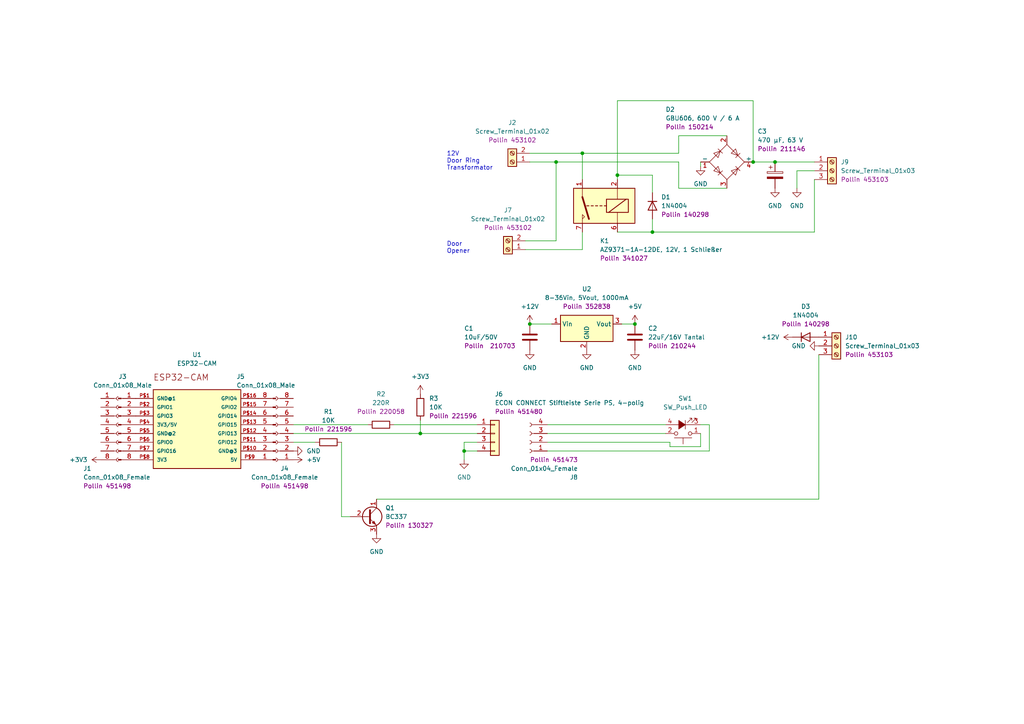
<source format=kicad_sch>
(kicad_sch (version 20211123) (generator eeschema)
  (paper "A4")
  (lib_symbols
    (symbol "Connector:Conn_01x04_Female" (pin_names (offset 1.016) hide)
      (property "Reference" "J" (at 0 5.08 0))
      (property "Value" "Conn_01x04_Female" (at 0 -7.62 0))
      (symbol "Conn_01x04_Female_1_1"
        (arc (start 0 -4.572) (mid -0.508 -5.08) (end 0 -5.588) (stroke (width 0.1524)))
        (arc (start 0 -2.032) (mid -0.508 -2.54) (end 0 -3.048) (stroke (width 0.1524)))
        (polyline (pts (xy -1.27 -5.08) (xy -0.508 -5.08)) (stroke (width 0.1524)))
        (polyline (pts (xy -1.27 -2.54) (xy -0.508 -2.54)) (stroke (width 0.1524)))
        (polyline (pts (xy -1.27 0) (xy -0.508 0)) (stroke (width 0.1524)))
        (polyline (pts (xy -1.27 2.54) (xy -0.508 2.54)) (stroke (width 0.1524)))
        (arc (start 0 0.508) (mid -0.508 0) (end 0 -0.508) (stroke (width 0.1524)))
        (arc (start 0 3.048) (mid -0.508 2.54) (end 0 2.032) (stroke (width 0.1524)))
        (pin passive line (at -5.08 2.54 0) (length 3.81) (name "Pin_1") (number "1"))
        (pin passive line (at -5.08 0 0) (length 3.81) (name "Pin_2") (number "2"))
        (pin passive line (at -5.08 -2.54 0) (length 3.81) (name "Pin_3") (number "3"))
        (pin passive line (at -5.08 -5.08 0) (length 3.81) (name "Pin_4") (number "4"))
      )
    )
    (symbol "Connector:Conn_01x08_Female" (pin_names (offset 1.016) hide)
      (property "Reference" "J" (at 0 10.16 0))
      (property "Value" "Conn_01x08_Female" (at 0 -12.7 0))
      (symbol "Conn_01x08_Female_1_1"
        (arc (start 0 -9.652) (mid -0.508 -10.16) (end 0 -10.668) (stroke (width 0.1524)))
        (arc (start 0 -7.112) (mid -0.508 -7.62) (end 0 -8.128) (stroke (width 0.1524)))
        (arc (start 0 -4.572) (mid -0.508 -5.08) (end 0 -5.588) (stroke (width 0.1524)))
        (arc (start 0 -2.032) (mid -0.508 -2.54) (end 0 -3.048) (stroke (width 0.1524)))
        (polyline (pts (xy -1.27 -10.16) (xy -0.508 -10.16)) (stroke (width 0.1524)))
        (polyline (pts (xy -1.27 -7.62) (xy -0.508 -7.62)) (stroke (width 0.1524)))
        (polyline (pts (xy -1.27 -5.08) (xy -0.508 -5.08)) (stroke (width 0.1524)))
        (polyline (pts (xy -1.27 -2.54) (xy -0.508 -2.54)) (stroke (width 0.1524)))
        (polyline (pts (xy -1.27 0) (xy -0.508 0)) (stroke (width 0.1524)))
        (polyline (pts (xy -1.27 2.54) (xy -0.508 2.54)) (stroke (width 0.1524)))
        (polyline (pts (xy -1.27 5.08) (xy -0.508 5.08)) (stroke (width 0.1524)))
        (polyline (pts (xy -1.27 7.62) (xy -0.508 7.62)) (stroke (width 0.1524)))
        (arc (start 0 0.508) (mid -0.508 0) (end 0 -0.508) (stroke (width 0.1524)))
        (arc (start 0 3.048) (mid -0.508 2.54) (end 0 2.032) (stroke (width 0.1524)))
        (arc (start 0 5.588) (mid -0.508 5.08) (end 0 4.572) (stroke (width 0.1524)))
        (arc (start 0 8.128) (mid -0.508 7.62) (end 0 7.112) (stroke (width 0.1524)))
        (pin passive line (at -5.08 7.62 0) (length 3.81) (name "Pin_1") (number "1"))
        (pin passive line (at -5.08 5.08 0) (length 3.81) (name "Pin_2") (number "2"))
        (pin passive line (at -5.08 2.54 0) (length 3.81) (name "Pin_3") (number "3"))
        (pin passive line (at -5.08 0 0) (length 3.81) (name "Pin_4") (number "4"))
        (pin passive line (at -5.08 -2.54 0) (length 3.81) (name "Pin_5") (number "5"))
        (pin passive line (at -5.08 -5.08 0) (length 3.81) (name "Pin_6") (number "6"))
        (pin passive line (at -5.08 -7.62 0) (length 3.81) (name "Pin_7") (number "7"))
        (pin passive line (at -5.08 -10.16 0) (length 3.81) (name "Pin_8") (number "8"))
      )
    )
    (symbol "Connector:Conn_01x08_Male" (pin_names (offset 1.016) hide)
      (property "Reference" "J" (at 0 10.16 0))
      (property "Value" "Conn_01x08_Male" (at 0 -12.7 0))
      (symbol "Conn_01x08_Male_1_1"
        (polyline (pts (xy 1.27 -10.16) (xy 0.8636 -10.16)) (stroke (width 0.1524)))
        (polyline (pts (xy 1.27 -7.62) (xy 0.8636 -7.62)) (stroke (width 0.1524)))
        (polyline (pts (xy 1.27 -5.08) (xy 0.8636 -5.08)) (stroke (width 0.1524)))
        (polyline (pts (xy 1.27 -2.54) (xy 0.8636 -2.54)) (stroke (width 0.1524)))
        (polyline (pts (xy 1.27 0) (xy 0.8636 0)) (stroke (width 0.1524)))
        (polyline (pts (xy 1.27 2.54) (xy 0.8636 2.54)) (stroke (width 0.1524)))
        (polyline (pts (xy 1.27 5.08) (xy 0.8636 5.08)) (stroke (width 0.1524)))
        (polyline (pts (xy 1.27 7.62) (xy 0.8636 7.62)) (stroke (width 0.1524)))
        (rectangle (start 0.8636 -10.033) (end 0 -10.287) (stroke (width 0.1524)) (fill (type outline)))
        (rectangle (start 0.8636 -7.493) (end 0 -7.747) (stroke (width 0.1524)) (fill (type outline)))
        (rectangle (start 0.8636 -4.953) (end 0 -5.207) (stroke (width 0.1524)) (fill (type outline)))
        (rectangle (start 0.8636 -2.413) (end 0 -2.667) (stroke (width 0.1524)) (fill (type outline)))
        (rectangle (start 0.8636 0.127) (end 0 -0.127) (stroke (width 0.1524)) (fill (type outline)))
        (rectangle (start 0.8636 2.667) (end 0 2.413) (stroke (width 0.1524)) (fill (type outline)))
        (rectangle (start 0.8636 5.207) (end 0 4.953) (stroke (width 0.1524)) (fill (type outline)))
        (rectangle (start 0.8636 7.747) (end 0 7.493) (stroke (width 0.1524)) (fill (type outline)))
        (pin passive line (at 5.08 7.62 180) (length 3.81) (name "Pin_1") (number "1"))
        (pin passive line (at 5.08 5.08 180) (length 3.81) (name "Pin_2") (number "2"))
        (pin passive line (at 5.08 2.54 180) (length 3.81) (name "Pin_3") (number "3"))
        (pin passive line (at 5.08 0 180) (length 3.81) (name "Pin_4") (number "4"))
        (pin passive line (at 5.08 -2.54 180) (length 3.81) (name "Pin_5") (number "5"))
        (pin passive line (at 5.08 -5.08 180) (length 3.81) (name "Pin_6") (number "6"))
        (pin passive line (at 5.08 -7.62 180) (length 3.81) (name "Pin_7") (number "7"))
        (pin passive line (at 5.08 -10.16 180) (length 3.81) (name "Pin_8") (number "8"))
      )
    )
    (symbol "Connector:Screw_Terminal_01x02" (pin_names (offset 1.016) hide)
      (property "Reference" "J" (at 0 2.54 0))
      (property "Value" "Screw_Terminal_01x02" (at 0 -5.08 0))
      (symbol "Screw_Terminal_01x02_1_1"
        (rectangle (start -1.27 1.27) (end 1.27 -3.81) (stroke (width 0.254)) (fill (type background)))
        (circle (center 0 -2.54) (radius 0.635) (stroke (width 0.1524)))
        (polyline (pts (xy -0.5334 -2.2098) (xy 0.3302 -3.048)) (stroke (width 0.1524)))
        (polyline (pts (xy -0.5334 0.3302) (xy 0.3302 -0.508)) (stroke (width 0.1524)))
        (polyline (pts (xy -0.3556 -2.032) (xy 0.508 -2.8702)) (stroke (width 0.1524)))
        (polyline (pts (xy -0.3556 0.508) (xy 0.508 -0.3302)) (stroke (width 0.1524)))
        (circle (center 0 0) (radius 0.635) (stroke (width 0.1524)))
        (pin passive line (at -5.08 0 0) (length 3.81) (name "Pin_1") (number "1"))
        (pin passive line (at -5.08 -2.54 0) (length 3.81) (name "Pin_2") (number "2"))
      )
    )
    (symbol "Connector:Screw_Terminal_01x03" (pin_names (offset 1.016) hide)
      (property "Reference" "J" (at 0 5.08 0))
      (property "Value" "Screw_Terminal_01x03" (at 0 -5.08 0))
      (symbol "Screw_Terminal_01x03_1_1"
        (rectangle (start -1.27 3.81) (end 1.27 -3.81) (stroke (width 0.254)) (fill (type background)))
        (circle (center 0 -2.54) (radius 0.635) (stroke (width 0.1524)))
        (polyline (pts (xy -0.5334 -2.2098) (xy 0.3302 -3.048)) (stroke (width 0.1524)))
        (polyline (pts (xy -0.5334 0.3302) (xy 0.3302 -0.508)) (stroke (width 0.1524)))
        (polyline (pts (xy -0.5334 2.8702) (xy 0.3302 2.032)) (stroke (width 0.1524)))
        (polyline (pts (xy -0.3556 -2.032) (xy 0.508 -2.8702)) (stroke (width 0.1524)))
        (polyline (pts (xy -0.3556 0.508) (xy 0.508 -0.3302)) (stroke (width 0.1524)))
        (polyline (pts (xy -0.3556 3.048) (xy 0.508 2.2098)) (stroke (width 0.1524)))
        (circle (center 0 0) (radius 0.635) (stroke (width 0.1524)))
        (circle (center 0 2.54) (radius 0.635) (stroke (width 0.1524)))
        (pin passive line (at -5.08 2.54 0) (length 3.81) (name "Pin_1") (number "1"))
        (pin passive line (at -5.08 0 0) (length 3.81) (name "Pin_2") (number "2"))
        (pin passive line (at -5.08 -2.54 0) (length 3.81) (name "Pin_3") (number "3"))
      )
    )
    (symbol "Connector_Generic:Conn_01x04" (pin_names (offset 1.016) hide)
      (property "Reference" "J" (at 0 5.08 0))
      (property "Value" "Conn_01x04" (at 0 -7.62 0))
      (symbol "Conn_01x04_1_1"
        (rectangle (start -1.27 -4.953) (end 0 -5.207) (stroke (width 0.1524)))
        (rectangle (start -1.27 -2.413) (end 0 -2.667) (stroke (width 0.1524)))
        (rectangle (start -1.27 0.127) (end 0 -0.127) (stroke (width 0.1524)))
        (rectangle (start -1.27 2.667) (end 0 2.413) (stroke (width 0.1524)))
        (rectangle (start -1.27 3.81) (end 1.27 -6.35) (stroke (width 0.254)) (fill (type background)))
        (pin passive line (at -5.08 2.54 0) (length 3.81) (name "Pin_1") (number "1"))
        (pin passive line (at -5.08 0 0) (length 3.81) (name "Pin_2") (number "2"))
        (pin passive line (at -5.08 -2.54 0) (length 3.81) (name "Pin_3") (number "3"))
        (pin passive line (at -5.08 -5.08 0) (length 3.81) (name "Pin_4") (number "4"))
      )
    )
    (symbol "Device:C" (pin_numbers hide) (pin_names (offset 0.254))
      (property "Reference" "C" (at 0.635 2.54 0))
      (property "Value" "C" (at 0.635 -2.54 0))
      (symbol "C_0_1"
        (polyline (pts (xy -2.032 -0.762) (xy 2.032 -0.762)) (stroke (width 0.508)))
        (polyline (pts (xy -2.032 0.762) (xy 2.032 0.762)) (stroke (width 0.508)))
      )
      (symbol "C_1_1"
        (pin passive line (at 0 3.81 270) (length 2.794) (name "~") (number "1"))
        (pin passive line (at 0 -3.81 90) (length 2.794) (name "~") (number "2"))
      )
    )
    (symbol "Device:C_Polarized" (pin_numbers hide) (pin_names (offset 0.254))
      (property "Reference" "C" (at 0.635 2.54 0))
      (property "Value" "C_Polarized" (at 0.635 -2.54 0))
      (symbol "C_Polarized_0_1"
        (rectangle (start -2.286 0.508) (end 2.286 1.016))
        (polyline (pts (xy -1.778 2.286) (xy -0.762 2.286)))
        (polyline (pts (xy -1.27 2.794) (xy -1.27 1.778)))
        (rectangle (start 2.286 -0.508) (end -2.286 -1.016) (fill (type outline)))
      )
      (symbol "C_Polarized_1_1"
        (pin passive line (at 0 3.81 270) (length 2.794) (name "~") (number "1"))
        (pin passive line (at 0 -3.81 90) (length 2.794) (name "~") (number "2"))
      )
    )
    (symbol "Device:R" (pin_numbers hide) (pin_names (offset 0))
      (property "Reference" "R" (at 2.032 0 90))
      (property "Value" "R" (at 0 0 90))
      (symbol "R_0_1"
        (rectangle (start -1.016 -2.54) (end 1.016 2.54) (stroke (width 0.254)))
      )
      (symbol "R_1_1"
        (pin passive line (at 0 3.81 270) (length 1.27) (name "~") (number "1"))
        (pin passive line (at 0 -3.81 90) (length 1.27) (name "~") (number "2"))
      )
    )
    (symbol "Diode:1N4004" (pin_numbers hide) (pin_names (offset 1.016) hide)
      (property "Reference" "D" (at 0 2.54 0))
      (property "Value" "1N4004" (at 0 -2.54 0))
      (symbol "1N4004_0_1"
        (polyline (pts (xy -1.27 1.27) (xy -1.27 -1.27)) (stroke (width 0.254)))
        (polyline (pts (xy 1.27 0) (xy -1.27 0)))
        (polyline (pts (xy 1.27 1.27) (xy 1.27 -1.27) (xy -1.27 0) (xy 1.27 1.27)) (stroke (width 0.254)))
      )
      (symbol "1N4004_1_1"
        (pin passive line (at -3.81 0 0) (length 2.54) (name "K") (number "1"))
        (pin passive line (at 3.81 0 180) (length 2.54) (name "A") (number "2"))
      )
    )
    (symbol "Diode_Bridge:B80C2300-1500A" (pin_names (offset 0))
      (property "Reference" "D" (at 2.54 6.985 0))
      (property "Value" "B80C2300-1500A" (at 2.54 5.08 0))
      (symbol "B80C2300-1500A_0_1"
        (polyline (pts (xy -2.54 3.81) (xy -1.27 2.54)))
        (polyline (pts (xy -1.27 -2.54) (xy -2.54 -3.81)))
        (polyline (pts (xy 2.54 -1.27) (xy 3.81 -2.54)))
        (polyline (pts (xy 2.54 1.27) (xy 3.81 2.54)))
        (polyline (pts (xy -3.81 2.54) (xy -2.54 1.27) (xy -1.905 3.175) (xy -3.81 2.54)))
        (polyline (pts (xy -2.54 -1.27) (xy -3.81 -2.54) (xy -1.905 -3.175) (xy -2.54 -1.27)))
        (polyline (pts (xy 1.27 2.54) (xy 2.54 3.81) (xy 3.175 1.905) (xy 1.27 2.54)))
        (polyline (pts (xy 3.175 -1.905) (xy 1.27 -2.54) (xy 2.54 -3.81) (xy 3.175 -1.905)))
        (polyline (pts (xy -5.08 0) (xy 0 -5.08) (xy 5.08 0) (xy 0 5.08) (xy -5.08 0)))
      )
      (symbol "B80C2300-1500A_1_1"
        (pin passive line (at -7.62 0 0) (length 2.54) (name "-") (number "1"))
        (pin passive line (at 0 7.62 270) (length 2.54) (name "~") (number "2"))
        (pin passive line (at 0 -7.62 90) (length 2.54) (name "~") (number "3"))
        (pin passive line (at 7.62 0 180) (length 2.54) (name "+") (number "4"))
      )
    )
    (symbol "ESP32-CAM:ESP32-CAM" (pin_names (offset 1.016))
      (property "Reference" "U" (at 0 0 0))
      (property "Value" "ESP32-CAM" (at 0 0 0))
      (symbol "ESP32-CAM_0_0"
        (rectangle (start -12.7 -10.16) (end 12.7 12.7) (stroke (width 0.254)) (fill (type background)))
        (text "ESP32-CAM" (at -12.7 15.24 0) (effects (font (size 1.778 1.778)) (justify left bottom)))
        (pin bidirectional line (at -17.78 10.16 0) (length 5.08) (name "GND@1") (number "P$1"))
        (pin bidirectional line (at 17.78 -5.08 180) (length 5.08) (name "GND@3") (number "P$10"))
        (pin bidirectional line (at 17.78 -2.54 180) (length 5.08) (name "GPIO12") (number "P$11"))
        (pin bidirectional line (at 17.78 0 180) (length 5.08) (name "GPIO13") (number "P$12"))
        (pin bidirectional line (at 17.78 2.54 180) (length 5.08) (name "GPIO15") (number "P$13"))
        (pin bidirectional line (at 17.78 5.08 180) (length 5.08) (name "GPIO14") (number "P$14"))
        (pin bidirectional line (at 17.78 7.62 180) (length 5.08) (name "GPIO2") (number "P$15"))
        (pin bidirectional line (at 17.78 10.16 180) (length 5.08) (name "GPIO4") (number "P$16"))
        (pin bidirectional line (at -17.78 7.62 0) (length 5.08) (name "GPIO1") (number "P$2"))
        (pin bidirectional line (at -17.78 5.08 0) (length 5.08) (name "GPIO3") (number "P$3"))
        (pin bidirectional line (at -17.78 2.54 0) (length 5.08) (name "3V3/5V") (number "P$4"))
        (pin bidirectional line (at -17.78 0 0) (length 5.08) (name "GND@2") (number "P$5"))
        (pin bidirectional line (at -17.78 -2.54 0) (length 5.08) (name "GPIO0") (number "P$6"))
        (pin bidirectional line (at -17.78 -5.08 0) (length 5.08) (name "GPIO16") (number "P$7"))
        (pin bidirectional line (at -17.78 -7.62 0) (length 5.08) (name "3V3") (number "P$8"))
        (pin bidirectional line (at 17.78 -7.62 180) (length 5.08) (name "5V") (number "P$9"))
      )
    )
    (symbol "Regulator_Switching:TSR_1-2450"
      (property "Reference" "U" (at -7.62 6.35 0))
      (property "Value" "TSR_1-2450" (at -1.27 6.35 0))
      (symbol "TSR_1-2450_0_1"
        (rectangle (start -7.62 5.08) (end 7.62 -2.54) (stroke (width 0.254)) (fill (type background)))
      )
      (symbol "TSR_1-2450_1_1"
        (pin power_in line (at -10.16 2.54 0) (length 2.54) (name "Vin") (number "1"))
        (pin power_in line (at 0 -5.08 90) (length 2.54) (name "GND") (number "2"))
        (pin power_out line (at 10.16 2.54 180) (length 2.54) (name "Vout") (number "3"))
      )
    )
    (symbol "Relay:DIPxx-1Axx-11x"
      (property "Reference" "K" (at 8.89 3.81 0))
      (property "Value" "DIPxx-1Axx-11x" (at 8.89 1.27 0))
      (symbol "DIPxx-1Axx-11x_0_0"
        (polyline (pts (xy 5.08 5.08) (xy 5.08 2.54) (xy 4.445 3.175) (xy 5.08 3.81)))
      )
      (symbol "DIPxx-1Axx-11x_0_1"
        (rectangle (start -10.16 5.08) (end 7.62 -5.08) (stroke (width 0.254)) (fill (type background)))
        (rectangle (start -8.255 1.905) (end -1.905 -1.905) (stroke (width 0.254)))
        (polyline (pts (xy -7.62 -1.905) (xy -2.54 1.905)) (stroke (width 0.254)))
        (polyline (pts (xy -5.08 -5.08) (xy -5.08 -1.905)))
        (polyline (pts (xy -5.08 5.08) (xy -5.08 1.905)))
        (polyline (pts (xy -1.905 0) (xy -1.27 0)) (stroke (width 0.254)))
        (polyline (pts (xy -0.635 0) (xy 0 0)) (stroke (width 0.254)))
        (polyline (pts (xy 0.635 0) (xy 1.27 0)) (stroke (width 0.254)))
        (polyline (pts (xy 1.905 0) (xy 2.54 0)) (stroke (width 0.254)))
        (polyline (pts (xy 3.175 0) (xy 3.81 0)) (stroke (width 0.254)))
        (polyline (pts (xy 5.08 -2.54) (xy 3.175 3.81)) (stroke (width 0.508)))
        (polyline (pts (xy 5.08 -2.54) (xy 5.08 -5.08)))
      )
      (symbol "DIPxx-1Axx-11x_1_1"
        (pin passive line (at 5.08 -7.62 90) (length 2.54) (name "~") (number "1"))
        (pin passive line (at 5.08 -7.62 90) (length 2.54) hide (name "~") (number "14"))
        (pin passive line (at -5.08 -7.62 90) (length 2.54) (name "~") (number "2"))
        (pin passive line (at -5.08 7.62 270) (length 2.54) (name "~") (number "6"))
        (pin passive line (at 5.08 7.62 270) (length 2.54) (name "~") (number "7"))
        (pin passive line (at 5.08 7.62 270) (length 2.54) hide (name "~") (number "8"))
      )
    )
    (symbol "Switch:SW_Push_LED" (pin_names (offset 1.016) hide)
      (property "Reference" "SW" (at 0.635 5.715 0))
      (property "Value" "SW_Push_LED" (at 0 -3.175 0))
      (symbol "SW_Push_LED_0_0"
        (polyline (pts (xy -3.81 -1.905) (xy -2.54 -0.635)))
        (polyline (pts (xy -2.54 -1.905) (xy -1.27 -0.635)))
        (polyline (pts (xy -2.54 0) (xy 2.54 0)))
        (polyline (pts (xy -0.635 1.27) (xy -0.635 -1.27)))
        (polyline (pts (xy -3.81 -1.27) (xy -3.81 -1.905) (xy -3.175 -1.905)))
        (polyline (pts (xy -2.54 -1.27) (xy -2.54 -1.905) (xy -1.905 -1.905)))
        (polyline (pts (xy -0.635 0) (xy 1.27 1.27) (xy 1.27 -1.27) (xy -0.635 0)) (fill (type outline)))
      )
      (symbol "SW_Push_LED_0_1"
        (circle (center -2.032 2.54) (radius 0.508))
        (polyline (pts (xy 0 3.81) (xy 0 5.588)))
        (polyline (pts (xy 2.54 3.81) (xy -2.54 3.81)))
        (circle (center 2.032 2.54) (radius 0.508))
        (pin passive line (at -5.08 2.54 0) (length 2.54) (name "1") (number "1"))
        (pin passive line (at 5.08 2.54 180) (length 2.54) (name "2") (number "2"))
        (pin passive line (at -5.08 0 0) (length 2.54) (name "K") (number "3"))
        (pin passive line (at 5.08 0 180) (length 2.54) (name "A") (number "4"))
      )
    )
    (symbol "Transistor_BJT:BC337" (pin_names (offset 0) hide)
      (property "Reference" "Q" (at 5.08 1.905 0))
      (property "Value" "BC337" (at 5.08 0 0))
      (symbol "BC337_0_1"
        (polyline (pts (xy 0 0) (xy 0.635 0)))
        (polyline (pts (xy 0.635 0.635) (xy 2.54 2.54)))
        (polyline (pts (xy 0.635 -0.635) (xy 2.54 -2.54) (xy 2.54 -2.54)))
        (polyline (pts (xy 0.635 1.905) (xy 0.635 -1.905) (xy 0.635 -1.905)) (stroke (width 0.508)))
        (polyline (pts (xy 1.27 -1.778) (xy 1.778 -1.27) (xy 2.286 -2.286) (xy 1.27 -1.778) (xy 1.27 -1.778)) (fill (type outline)))
        (circle (center 1.27 0) (radius 2.8194) (stroke (width 0.254)))
      )
      (symbol "BC337_1_1"
        (pin passive line (at 2.54 5.08 270) (length 2.54) (name "C") (number "1"))
        (pin input line (at -5.08 0 0) (length 5.08) (name "B") (number "2"))
        (pin passive line (at 2.54 -5.08 90) (length 2.54) (name "E") (number "3"))
      )
    )
    (symbol "power:+12V" (power) (pin_names (offset 0))
      (property "Value" "+12V" (at 0 3.556 0))
      (symbol "+12V_0_1"
        (polyline (pts (xy -0.762 1.27) (xy 0 2.54)))
        (polyline (pts (xy 0 0) (xy 0 2.54)))
        (polyline (pts (xy 0 2.54) (xy 0.762 1.27)))
      )
      (symbol "+12V_1_1"
        (pin power_in line (at 0 0 90) (length 0) hide (name "+12V") (number "1"))
      )
    )
    (symbol "power:+3V3" (power) (pin_names (offset 0))
      (property "Value" "+3V3" (at 0 3.556 0))
      (symbol "+3V3_0_1"
        (polyline (pts (xy -0.762 1.27) (xy 0 2.54)))
        (polyline (pts (xy 0 0) (xy 0 2.54)))
        (polyline (pts (xy 0 2.54) (xy 0.762 1.27)))
      )
      (symbol "+3V3_1_1"
        (pin power_in line (at 0 0 90) (length 0) hide (name "+3V3") (number "1"))
      )
    )
    (symbol "power:+5V" (power) (pin_names (offset 0))
      (property "Value" "+5V" (at 0 3.556 0))
      (symbol "+5V_0_1"
        (polyline (pts (xy -0.762 1.27) (xy 0 2.54)))
        (polyline (pts (xy 0 0) (xy 0 2.54)))
        (polyline (pts (xy 0 2.54) (xy 0.762 1.27)))
      )
      (symbol "+5V_1_1"
        (pin power_in line (at 0 0 90) (length 0) hide (name "+5V") (number "1"))
      )
    )
    (symbol "power:GND" (power) (pin_names (offset 0))
      (property "Value" "GND" (at 0 -3.81 0))
      (symbol "GND_0_1"
        (polyline (pts (xy 0 0) (xy 0 -1.27) (xy 1.27 -1.27) (xy 0 -2.54) (xy -1.27 -1.27) (xy 0 -1.27)))
      )
      (symbol "GND_1_1"
        (pin power_in line (at 0 0 270) (length 0) hide (name "GND") (number "1"))
      )
    )
  )
  (junction (at 134.62 130.81))
  (junction (at 121.92 125.73))
  (junction (at 184.15 93.98))
  (junction (at 189.23 67.31))
  (junction (at 179.07 50.8))
  (junction (at 168.91 44.45))
  (junction (at 161.29 46.99))
  (junction (at 153.67 93.98))
  (junction (at 224.79 46.99))
  (junction (at 218.44 46.99))
  (wire (pts (xy 114.3 123.19) (xy 138.43 123.19)))
  (wire (pts (xy 189.23 63.5) (xy 189.23 67.31)))
  (wire (pts (xy 134.62 130.81) (xy 134.62 133.35)))
  (wire (pts (xy 237.49 144.78) (xy 109.22 144.78)))
  (wire (pts (xy 205.74 130.81) (xy 158.75 130.81)))
  (wire (pts (xy 189.23 67.31) (xy 236.22 67.31)))
  (wire (pts (xy 231.14 49.53) (xy 231.14 54.61)))
  (wire (pts (xy 85.09 128.27) (xy 91.44 128.27)))
  (wire (pts (xy 189.23 50.8) (xy 179.07 50.8)))
  (wire (pts (xy 194.31 128.27) (xy 158.75 128.27)))
  (wire (pts (xy 153.67 46.99) (xy 161.29 46.99)))
  (wire (pts (xy 85.09 125.73) (xy 121.92 125.73)))
  (wire (pts (xy 196.85 39.37) (xy 196.85 44.45)))
  (wire (pts (xy 153.67 93.98) (xy 160.02 93.98)))
  (wire (pts (xy 85.09 123.19) (xy 106.68 123.19)))
  (wire (pts (xy 218.44 46.99) (xy 218.44 29.21)))
  (wire (pts (xy 168.91 72.39) (xy 152.4 72.39)))
  (wire (pts (xy 205.74 123.19) (xy 205.74 130.81)))
  (wire (pts (xy 210.82 54.61) (xy 196.85 54.61)))
  (wire (pts (xy 203.2 48.26) (xy 203.2 46.99)))
  (wire (pts (xy 134.62 130.81) (xy 138.43 130.81)))
  (wire (pts (xy 236.22 49.53) (xy 231.14 49.53)))
  (wire (pts (xy 121.92 121.92) (xy 121.92 125.73)))
  (wire (pts (xy 180.34 93.98) (xy 184.15 93.98)))
  (wire (pts (xy 218.44 46.99) (xy 224.79 46.99)))
  (wire (pts (xy 99.06 128.27) (xy 99.06 149.86)))
  (wire (pts (xy 179.07 67.31) (xy 189.23 67.31)))
  (wire (pts (xy 203.2 129.54) (xy 194.31 129.54)))
  (wire (pts (xy 161.29 46.99) (xy 196.85 46.99)))
  (wire (pts (xy 168.91 44.45) (xy 168.91 52.07)))
  (wire (pts (xy 161.29 46.99) (xy 161.29 69.85)))
  (wire (pts (xy 210.82 39.37) (xy 196.85 39.37)))
  (wire (pts (xy 121.92 125.73) (xy 138.43 125.73)))
  (wire (pts (xy 196.85 44.45) (xy 168.91 44.45)))
  (wire (pts (xy 179.07 29.21) (xy 179.07 50.8)))
  (wire (pts (xy 196.85 54.61) (xy 196.85 46.99)))
  (wire (pts (xy 218.44 29.21) (xy 179.07 29.21)))
  (wire (pts (xy 158.75 125.73) (xy 193.04 125.73)))
  (wire (pts (xy 224.79 46.99) (xy 236.22 46.99)))
  (wire (pts (xy 194.31 129.54) (xy 194.31 128.27)))
  (wire (pts (xy 99.06 149.86) (xy 101.6 149.86)))
  (wire (pts (xy 168.91 67.31) (xy 168.91 72.39)))
  (wire (pts (xy 158.75 123.19) (xy 193.04 123.19)))
  (wire (pts (xy 134.62 128.27) (xy 134.62 130.81)))
  (wire (pts (xy 138.43 128.27) (xy 134.62 128.27)))
  (wire (pts (xy 203.2 125.73) (xy 203.2 129.54)))
  (wire (pts (xy 237.49 102.87) (xy 237.49 144.78)))
  (wire (pts (xy 203.2 123.19) (xy 205.74 123.19)))
  (wire (pts (xy 161.29 69.85) (xy 152.4 69.85)))
  (wire (pts (xy 168.91 44.45) (xy 153.67 44.45)))
  (wire (pts (xy 179.07 50.8) (xy 179.07 52.07)))
  (wire (pts (xy 189.23 55.88) (xy 189.23 50.8)))
  (wire (pts (xy 236.22 67.31) (xy 236.22 52.07)))
  (text "Door\nOpener" (at 129.54 73.66 0) (effects (font (size 1.27 1.27)) (justify left bottom)))
  (text "12V\nDoor Ring\nTransformator" (at 129.54 49.53 0) (effects (font (size 1.27 1.27)) (justify left bottom)))
  (symbol (lib_id "Connector:Conn_01x08_Female") (at 34.29 123.19 0) (unit 1)
    (property "Reference" "J1" (at 24.13 135.89 0) (effects (justify left)))
    (property "Value" "Conn_01x08_Female" (at 24.13 138.43 0) (effects (justify left)))
    (property "Supplier" "Pollin 451498" (at 24.13 140.97 0) (effects (justify left)))
  )
  (symbol (lib_id "Diode_Bridge:B80C2300-1500A") (at 210.82 46.99 0) (unit 1)
    (property "Reference" "D2" (at 193.04 31.75 0) (effects (justify left)))
    (property "Value" "GBU606, 600 V / 6 A" (at 193.04 34.29 0) (effects (justify left)))
    (property "Footprint" "Diode_THT:Diode_Bridge_19.0x3.5x10.0mm_P5.0mm" (effects hide))
    (property "Datasheet" "https://diotec.com/tl_files/diotec/files/pdf/datasheets/b40c2300.pdf" (effects hide))
    (property "Supplier" "Pollin 150214" (at 193.04 36.83 0) (effects (justify left)))
  )
  (symbol (lib_id "power:GND") (at 231.14 54.61 0) (unit 1)
    (property "Reference" "#PWR014" (effects hide))
    (property "Value" "GND" (at 231.14 59.69 0))
  )
  (symbol (lib_id "power:GND") (at 237.49 100.33 270) (unit 1)
    (property "Reference" "#PWR015" (effects hide))
    (property "Value" "GND" (at 233.68 100.3299 90) (effects (justify right)))
  )
  (symbol (lib_id "Connector:Conn_01x08_Female") (at 80.01 125.73 180) (unit 1)
    (property "Reference" "J4" (at 82.55 135.89 0))
    (property "Value" "Conn_01x08_Female" (at 82.55 138.43 0))
    (property "Supplier" "Pollin 451498" (at 82.55 140.97 0))
  )
  (symbol (lib_id "power:+3V3") (at 29.21 133.35 90) (unit 1)
    (property "Reference" "#PWR01" (effects hide))
    (property "Value" "+3V3" (at 25.4 133.3499 90) (effects (justify left)))
  )
  (symbol (lib_id "Connector:Screw_Terminal_01x03") (at 241.3 49.53 0) (unit 1)
    (property "Reference" "J9" (at 243.84 46.9899 0) (effects (justify left)))
    (property "Value" "Screw_Terminal_01x03" (at 243.84 49.5299 0) (effects (justify left)))
    (property "Supplier" "Pollin 453103" (at 243.84 52.0699 0) (effects (justify left)))
  )
  (symbol (lib_id "power:+12V") (at 153.67 93.98 0) (unit 1)
    (property "Reference" "#PWR06" (effects hide))
    (property "Value" "+12V" (at 153.67 88.9 0))
  )
  (symbol (lib_id "Relay:DIPxx-1Axx-11x") (at 173.99 59.69 180) (unit 1)
    (property "Reference" "K1" (at 173.99 69.85 0) (effects (justify right)))
    (property "Value" "AZ9371-1A-12DE, 12V, 1 Schließer" (at 173.99 72.39 0) (effects (justify right)))
    (property "Footprint" "Relay_THT:Relay_StandexMeder_DIP_LowProfile" (effects hide))
    (property "Datasheet" "https://standexelectronics.com/wp-content/uploads/datasheet_reed_relay_DIP.pdf" (effects hide))
    (property "Supplier" "Pollin 341027" (at 173.99 74.93 0) (effects (justify right)))
  )
  (symbol (lib_id "Device:C_Polarized") (at 224.79 50.8 0) (unit 1)
    (property "Reference" "C3" (at 219.71 38.1 0) (effects (justify left)))
    (property "Value" "470 µF, 63 V" (at 219.71 40.64 0) (effects (justify left)))
    (property "Supplier" "Pollin 211146" (at 219.71 43.18 0) (effects (justify left)))
  )
  (symbol (lib_id "power:GND") (at 153.67 101.6 0) (unit 1)
    (property "Reference" "#PWR07" (effects hide))
    (property "Value" "GND" (at 153.67 106.68 0))
  )
  (symbol (lib_id "Connector:Screw_Terminal_01x02") (at 147.32 72.39 180) (unit 1)
    (property "Reference" "J7" (at 147.32 60.96 0))
    (property "Value" "Screw_Terminal_01x02" (at 147.32 63.5 0))
    (property "Supplier" "Pollin 453102" (at 147.32 66.04 0))
  )
  (symbol (lib_id "Regulator_Switching:TSR_1-2450") (at 170.18 96.52 0) (unit 1)
    (property "Reference" "U2" (at 170.18 83.82 0))
    (property "Value" "8-36Vin, 5Vout, 1000mA" (at 170.18 86.36 0))
    (property "Footprint" "Converter_DCDC:Converter_DCDC_TRACO_TSR-1_THT" (effects hide))
    (property "Datasheet" "http://www.tracopower.com/products/tsr1.pdf" (effects hide))
    (property "Supplier" "Pollin 352838" (at 170.18 88.9 0))
  )
  (symbol (lib_id "power:GND") (at 170.18 101.6 0) (unit 1)
    (property "Reference" "#PWR08" (effects hide))
    (property "Value" "GND" (at 170.18 106.68 0))
  )
  (symbol (lib_id "ESP32-CAM:ESP32-CAM") (at 57.15 125.73 0) (unit 1)
    (property "Reference" "U1" (at 57.15 102.87 0))
    (property "Value" "ESP32-CAM" (at 57.15 105.41 0))
    (property "Footprint" "ESP32-CAM:ESP32-CAM" (effects hide))
    (property "MF" "AI-Thinker" (effects hide))
    (property "Description" "\nESP32 ESP32 Transceiver; 802.11 a/b/g/n (Wi-Fi, WiFi, WLAN), Bluetooth® Smart 4.x Low Energy (BLE) Evaluation Board\n" (effects hide))
    (property "Package" "None" (effects hide))
    (property "Price" "None" (effects hide))
    (property "SnapEDA_Link" "https://www.snapeda.com/parts/ESP32-CAM/AI-Thinker/view-part/?ref=snap" (effects hide))
    (property "MP" "ESP32-CAM" (effects hide))
    (property "Availability" "Not in stock" (effects hide))
    (property "Check_prices" "https://www.snapeda.com/parts/ESP32-CAM/AI-Thinker/view-part/?ref=eda" (effects hide))
  )
  (symbol (lib_id "Transistor_BJT:BC337") (at 106.68 149.86 0) (unit 1)
    (property "Reference" "Q1" (at 111.76 147.3199 0) (effects (justify left)))
    (property "Value" "BC337" (at 111.76 149.8599 0) (effects (justify left)))
    (property "Footprint" "Package_TO_SOT_THT:TO-92_Inline" (effects hide))
    (property "Datasheet" "https://diotec.com/tl_files/diotec/files/pdf/datasheets/bc337.pdf" (effects hide))
    (property "Supplier" "Pollin 130327" (at 111.76 152.3999 0) (effects (justify left)))
  )
  (symbol (lib_id "power:+3V3") (at 121.92 114.3 0) (unit 1)
    (property "Reference" "#PWR04" (effects hide))
    (property "Value" "+3V3" (at 121.92 109.22 0))
  )
  (symbol (lib_id "power:GND") (at 85.09 130.81 90) (unit 1)
    (property "Reference" "#PWR?" (effects hide))
    (property "Value" "GND" (at 88.9 130.8099 90) (effects (justify right)))
  )
  (symbol (lib_id "Connector:Conn_01x08_Male") (at 80.01 125.73 180) (unit 1)
    (property "Reference" "J5" (at 68.58 109.22 0) (effects (justify right)))
    (property "Value" "Conn_01x08_Male" (at 68.58 111.76 0) (effects (justify right)))
  )
  (symbol (lib_id "power:GND") (at 224.79 54.61 0) (unit 1)
    (property "Reference" "#PWR012" (effects hide))
    (property "Value" "GND" (at 224.79 59.69 0))
  )
  (symbol (lib_id "Connector:Conn_01x04_Female") (at 153.67 128.27 180) (unit 1)
    (property "Reference" "J8" (at 167.64 138.43 0) (effects (justify left)))
    (property "Value" "Conn_01x04_Female" (at 167.64 135.89 0) (effects (justify left)))
    (property "Supplier" "Pollin 451473" (at 167.64 133.35 0) (effects (justify left)))
  )
  (symbol (lib_id "power:+12V") (at 229.87 97.79 90) (unit 1)
    (property "Reference" "#PWR013" (effects hide))
    (property "Value" "+12V" (at 226.06 97.7899 90) (effects (justify left)))
  )
  (symbol (lib_id "Device:C") (at 153.67 97.79 0) (unit 1)
    (property "Reference" "C1" (at 134.62 95.2499 0) (effects (justify left)))
    (property "Value" "10uF/50V" (at 134.62 97.7899 0) (effects (justify left)))
    (property "Supplier" "Pollin  210703" (at 134.62 100.3299 0) (effects (justify left)))
  )
  (symbol (lib_id "Diode:1N4004") (at 233.68 97.79 0) (unit 1)
    (property "Reference" "D3" (at 233.68 88.9 0))
    (property "Value" "1N4004" (at 233.68 91.44 0))
    (property "Footprint" "Diode_THT:D_DO-41_SOD81_P10.16mm_Horizontal" (effects hide))
    (property "Datasheet" "http://www.vishay.com/docs/88503/1n4001.pdf" (effects hide))
    (property "Supplier" "Pollin 140298" (at 233.68 93.98 0))
  )
  (symbol (lib_id "power:GND") (at 203.2 48.26 0) (unit 1)
    (property "Reference" "#PWR011" (effects hide))
    (property "Value" "GND" (at 203.2 53.34 0))
  )
  (symbol (lib_id "power:GND") (at 184.15 101.6 0) (unit 1)
    (property "Reference" "#PWR010" (effects hide))
    (property "Value" "GND" (at 184.15 106.68 0))
  )
  (symbol (lib_id "Connector:Conn_01x08_Male") (at 34.29 123.19 0) (unit 1)
    (property "Reference" "J3" (at 35.56 109.22 0))
    (property "Value" "Conn_01x08_Male" (at 35.56 111.76 0))
  )
  (symbol (lib_id "power:GND") (at 134.62 133.35 0) (unit 1)
    (property "Reference" "#PWR05" (effects hide))
    (property "Value" "GND" (at 134.62 138.43 0))
  )
  (symbol (lib_id "power:GND") (at 109.22 154.94 0) (unit 1)
    (property "Reference" "#PWR03" (effects hide))
    (property "Value" "GND" (at 109.22 160.02 0))
  )
  (symbol (lib_id "Device:R") (at 110.49 123.19 90) (unit 1)
    (property "Reference" "R2" (at 110.49 114.3 90))
    (property "Value" "220R" (at 110.49 116.84 90))
    (property "Supplier" "Pollin 220058" (at 110.49 119.38 90))
  )
  (symbol (lib_id "power:+5V") (at 184.15 93.98 0) (unit 1)
    (property "Reference" "#PWR09" (effects hide))
    (property "Value" "+5V" (at 184.15 88.9 0))
  )
  (symbol (lib_id "Connector:Screw_Terminal_01x02") (at 148.59 46.99 180) (unit 1)
    (property "Reference" "J2" (at 148.59 35.56 0))
    (property "Value" "Screw_Terminal_01x02" (at 148.59 38.1 0))
    (property "Supplier" "Pollin 453102" (at 148.59 40.64 0))
  )
  (symbol (lib_id "Connector_Generic:Conn_01x04") (at 143.51 125.73 0) (unit 1)
    (property "Reference" "J6" (at 143.51 114.3 0) (effects (justify left)))
    (property "Value" "ECON CONNECT Stiftleiste Serie PS, 4-polig" (at 143.51 116.84 0) (effects (justify left)))
    (property "Supplier" "Pollin 451480" (at 143.51 119.38 0) (effects (justify left)))
  )
  (symbol (lib_id "Device:R") (at 95.25 128.27 90) (unit 1)
    (property "Reference" "R1" (at 95.25 119.38 90))
    (property "Value" "10K" (at 95.25 121.92 90))
    (property "Supplier" "Pollin 221596" (at 95.25 124.46 90))
  )
  (symbol (lib_id "Device:R") (at 121.92 118.11 0) (unit 1)
    (property "Reference" "R3" (at 124.46 115.5699 0) (effects (justify left)))
    (property "Value" "10K" (at 124.46 118.1099 0) (effects (justify left)))
    (property "Supplier" "Pollin 221596" (at 124.46 120.6499 0) (effects (justify left)))
  )
  (symbol (lib_id "Device:C") (at 184.15 97.79 0) (unit 1)
    (property "Reference" "C2" (at 187.96 95.2499 0) (effects (justify left)))
    (property "Value" "22uF/16V Tantal" (at 187.96 97.7899 0) (effects (justify left)))
    (property "Supplier" "Pollin 210244" (at 187.96 100.3299 0) (effects (justify left)))
  )
  (symbol (lib_id "Connector:Screw_Terminal_01x03") (at 242.57 100.33 0) (unit 1)
    (property "Reference" "J10" (at 245.11 97.7899 0) (effects (justify left)))
    (property "Value" "Screw_Terminal_01x03" (at 245.11 100.3299 0) (effects (justify left)))
    (property "Supplier" "Pollin 453103" (at 245.11 102.8699 0) (effects (justify left)))
  )
  (symbol (lib_id "power:+5V") (at 85.09 133.35 270) (unit 1)
    (property "Reference" "#PWR02" (effects hide))
    (property "Value" "+5V" (at 88.9 133.3499 90) (effects (justify left)))
  )
  (symbol (lib_id "Diode:1N4004") (at 189.23 59.69 270) (unit 1)
    (property "Reference" "D1" (at 191.77 57.1499 90) (effects (justify left)))
    (property "Value" "1N4004" (at 191.77 59.6899 90) (effects (justify left)))
    (property "Footprint" "Diode_THT:D_DO-41_SOD81_P10.16mm_Horizontal" (effects hide))
    (property "Datasheet" "http://www.vishay.com/docs/88503/1n4001.pdf" (effects hide))
    (property "Supplier" "Pollin 140298" (at 191.77 62.2299 90) (effects (justify left)))
  )
  (symbol (lib_id "Switch:SW_Push_LED") (at 198.12 123.19 180) (unit 1)
    (property "Reference" "SW1" (at 198.755 115.57 0))
    (property "Value" "SW_Push_LED" (at 198.755 118.11 0))
  )
)
</source>
